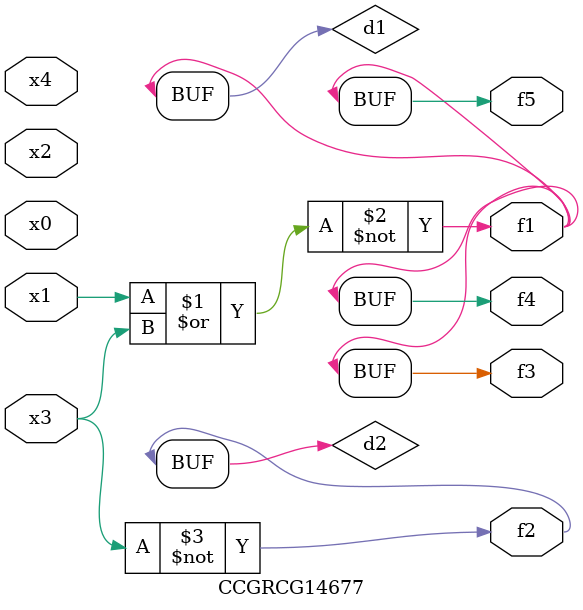
<source format=v>
module CCGRCG14677(
	input x0, x1, x2, x3, x4,
	output f1, f2, f3, f4, f5
);

	wire d1, d2;

	nor (d1, x1, x3);
	not (d2, x3);
	assign f1 = d1;
	assign f2 = d2;
	assign f3 = d1;
	assign f4 = d1;
	assign f5 = d1;
endmodule

</source>
